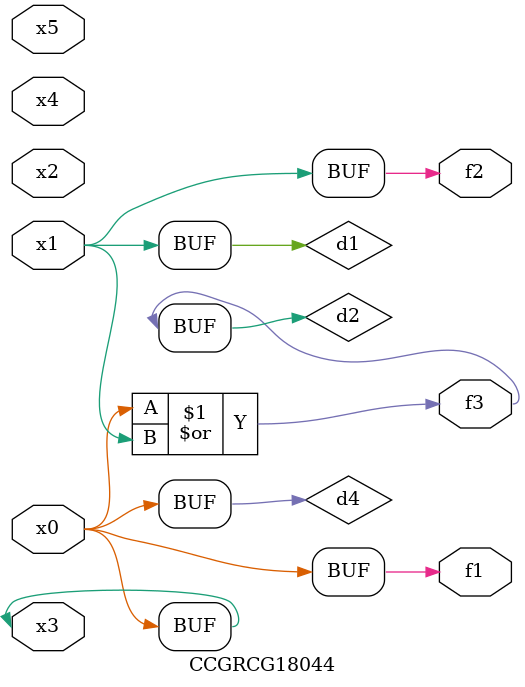
<source format=v>
module CCGRCG18044(
	input x0, x1, x2, x3, x4, x5,
	output f1, f2, f3
);

	wire d1, d2, d3, d4;

	and (d1, x1);
	or (d2, x0, x1);
	nand (d3, x0, x5);
	buf (d4, x0, x3);
	assign f1 = d4;
	assign f2 = d1;
	assign f3 = d2;
endmodule

</source>
